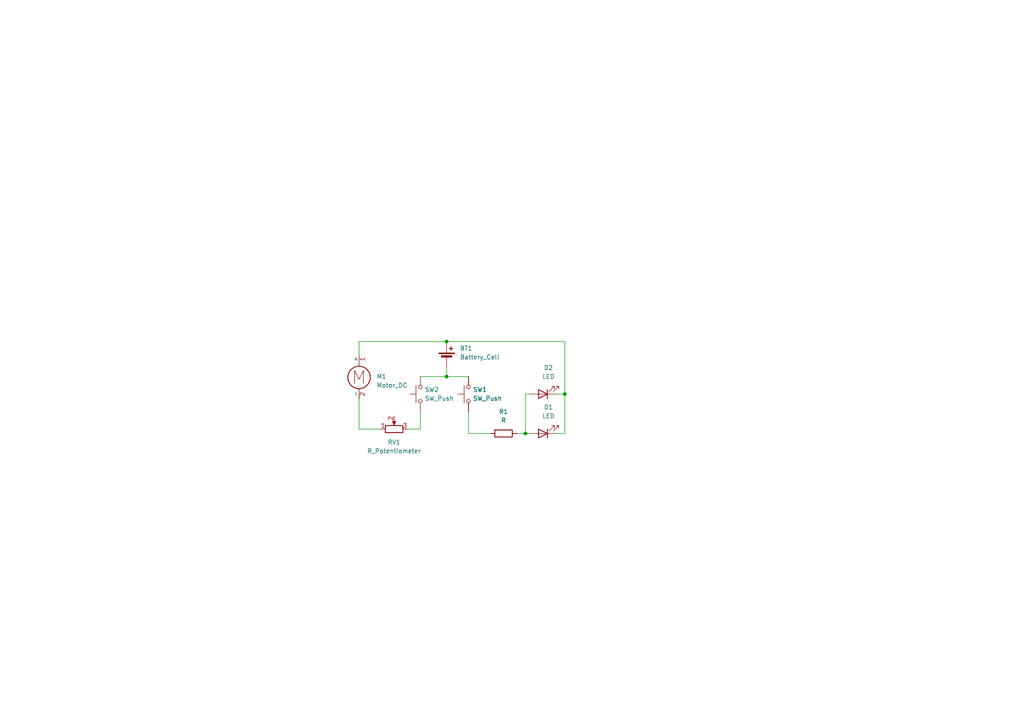
<source format=kicad_sch>
(kicad_sch (version 20250114) (generator "eeschema") (generator_version "9.0")
  (paper "A4")
  (lib_symbols
    (symbol "Device:Battery_Cell" (pin_numbers (hide yes)) (pin_names (offset 0) (hide yes))
      (property "Reference" "BT" (at 2.54 2.54 0))
      (property "Value" "Battery_Cell" (at 2.54 0 0))
      (symbol "Battery_Cell_0_1"
        (rectangle (start -2.286 1.778) (end 2.286 1.524) (fill (type outline)))
        (rectangle (start -1.524 1.016) (end 1.524 0.508) (fill (type outline)))
        (polyline (pts (xy 0 1.778) (xy 0 2.54)))
        (polyline (pts (xy 0 0.762) (xy 0 0)))
        (polyline (pts (xy 0.762 3.048) (xy 1.778 3.048)) (stroke (width 0.254)))
        (polyline (pts (xy 1.27 3.556) (xy 1.27 2.54)) (stroke (width 0.254)))
      )
      (symbol "Battery_Cell_1_1"
        (pin passive line (at 0 5.08 270) (length 2.54) (name "+") (number "1"))
        (pin passive line (at 0 -2.54 90) (length 2.54) (name "-") (number "2"))
      )
    )
    (symbol "Device:LED" (pin_numbers (hide yes)) (pin_names (offset 1.016) (hide yes))
      (property "Reference" "D" (at 0 2.54 0))
      (property "Value" "LED" (at 0 -2.54 0))
      (symbol "LED_0_1"
        (polyline (pts (xy -3.048 -0.762) (xy -4.572 -2.286) (xy -3.81 -2.286) (xy -4.572 -2.286) (xy -4.572 -1.524)))
        (polyline (pts (xy -1.778 -0.762) (xy -3.302 -2.286) (xy -2.54 -2.286) (xy -3.302 -2.286) (xy -3.302 -1.524)))
        (polyline (pts (xy -1.27 0) (xy 1.27 0)))
        (polyline (pts (xy -1.27 -1.27) (xy -1.27 1.27)) (stroke (width 0.254)))
        (polyline (pts (xy 1.27 -1.27) (xy 1.27 1.27) (xy -1.27 0) (xy 1.27 -1.27)) (stroke (width 0.254)))
      )
      (symbol "LED_1_1"
        (pin passive line (at -3.81 0 0) (length 2.54) (name "K") (number "1"))
        (pin passive line (at 3.81 0 180) (length 2.54) (name "A") (number "2"))
      )
    )
    (symbol "Device:R" (pin_numbers (hide yes)) (pin_names (offset 0))
      (property "Reference" "R" (at 2.032 0 90))
      (property "Value" "R" (at 0 0 90))
      (symbol "R_0_1"
        (rectangle (start -1.016 -2.54) (end 1.016 2.54) (stroke (width 0.254)))
      )
      (symbol "R_1_1"
        (pin passive line (at 0 3.81 270) (length 1.27) (name "~") (number "1"))
        (pin passive line (at 0 -3.81 90) (length 1.27) (name "~") (number "2"))
      )
    )
    (symbol "Device:R_Potentiometer" (pin_names (offset 1.016) (hide yes))
      (property "Reference" "RV" (at -4.445 0 90))
      (property "Value" "R_Potentiometer" (at -2.54 0 90))
      (symbol "R_Potentiometer_0_1"
        (rectangle (start 1.016 2.54) (end -1.016 -2.54) (stroke (width 0.254)))
        (polyline (pts (xy 1.143 0) (xy 2.286 0.508) (xy 2.286 -0.508) (xy 1.143 0)) (fill (type outline)))
        (polyline (pts (xy 2.54 0) (xy 1.524 0)))
      )
      (symbol "R_Potentiometer_1_1"
        (pin passive line (at 0 3.81 270) (length 1.27) (name "1") (number "1"))
        (pin passive line (at 0 -3.81 90) (length 1.27) (name "3") (number "3"))
        (pin passive line (at 3.81 0 180) (length 1.27) (name "2") (number "2"))
      )
    )
    (symbol "Motor:Motor_DC" (pin_names (offset 0))
      (property "Reference" "M" (at 2.54 2.54 0))
      (property "Value" "Motor_DC" (at 2.54 -5.08 0))
      (symbol "Motor_DC_0_0"
        (polyline (pts (xy -1.27 -3.302) (xy -1.27 0.508) (xy 0 -2.032) (xy 1.27 0.508) (xy 1.27 -3.302)))
      )
      (symbol "Motor_DC_0_1"
        (polyline (pts (xy 0 2.032) (xy 0 2.54)))
        (polyline (pts (xy 0 1.7272) (xy 0 2.0828)))
        (circle (center 0 -1.524) (radius 3.2512) (stroke (width 0.254)))
        (polyline (pts (xy 0 -4.7752) (xy 0 -5.1816)))
        (polyline (pts (xy 0 -7.62) (xy 0 -7.112)))
      )
      (symbol "Motor_DC_1_1"
        (pin passive line (at 0 5.08 270) (length 2.54) (name "+") (number "1"))
        (pin passive line (at 0 -7.62 90) (length 2.54) (name "-") (number "2"))
      )
    )
    (symbol "Switch:SW_Push" (pin_numbers (hide yes)) (pin_names (offset 1.016) (hide yes))
      (property "Reference" "SW" (at 1.27 2.54 0))
      (property "Value" "SW_Push" (at 0 -1.524 0))
      (symbol "SW_Push_0_1"
        (circle (center -2.032 0) (radius 0.508))
        (polyline (pts (xy 0 1.27) (xy 0 3.048)))
        (circle (center 2.032 0) (radius 0.508))
        (polyline (pts (xy 2.54 1.27) (xy -2.54 1.27)))
        (pin passive line (at -5.08 0 0) (length 2.54) (name "1") (number "1"))
        (pin passive line (at 5.08 0 180) (length 2.54) (name "2") (number "2"))
      )
    )
  )
  (junction (at 163.83 114.3))
  (junction (at 129.54 109.22))
  (junction (at 152.4 125.73))
  (junction (at 129.54 99.06))
  (wire (pts (xy 129.54 106.68) (xy 129.54 109.22)))
  (wire (pts (xy 163.83 99.06) (xy 163.83 114.3)))
  (wire (pts (xy 121.92 124.46) (xy 121.92 119.38)))
  (wire (pts (xy 163.83 114.3) (xy 161.29 114.3)))
  (wire (pts (xy 135.89 119.38) (xy 135.89 125.73)))
  (wire (pts (xy 152.4 114.3) (xy 152.4 125.73)))
  (wire (pts (xy 163.83 99.06) (xy 129.54 99.06)))
  (wire (pts (xy 104.14 124.46) (xy 110.49 124.46)))
  (wire (pts (xy 152.4 125.73) (xy 153.67 125.73)))
  (wire (pts (xy 104.14 115.57) (xy 104.14 124.46)))
  (wire (pts (xy 149.86 125.73) (xy 152.4 125.73)))
  (wire (pts (xy 129.54 109.22) (xy 135.89 109.22)))
  (wire (pts (xy 153.67 114.3) (xy 152.4 114.3)))
  (wire (pts (xy 161.29 125.73) (xy 163.83 125.73)))
  (wire (pts (xy 163.83 114.3) (xy 163.83 125.73)))
  (wire (pts (xy 118.11 124.46) (xy 121.92 124.46)))
  (wire (pts (xy 104.14 99.06) (xy 104.14 102.87)))
  (wire (pts (xy 135.89 125.73) (xy 142.24 125.73)))
  (wire (pts (xy 104.14 99.06) (xy 129.54 99.06)))
  (wire (pts (xy 121.92 109.22) (xy 129.54 109.22)))
  (symbol (lib_id "Device:R") (at 146.05 125.73 90) (unit 1)
    (property "Reference" "R1" (at 146.05 119.38 90))
    (property "Value" "R" (at 146.05 121.92 90))
    (property "Footprint" "Resistor_THT:R_Axial_DIN0207_L6.3mm_D2.5mm_P7.62mm_Horizontal" (effects (hide yes)))
    (property "Description" "Resistor" (effects (hide yes)))
  )
  (symbol (lib_id "Device:LED") (at 157.48 125.73 180) (unit 1)
    (property "Reference" "D1" (at 159.0675 118.11 0))
    (property "Value" "LED" (at 159.0675 120.65 0))
    (property "Footprint" "LED_THT:LED_D5.0mm" (effects (hide yes)))
    (property "Description" "Light emitting diode" (effects (hide yes)))
    (property "Sim.Pins" "1=K 2=A" (effects (hide yes)))
  )
  (symbol (lib_id "Motor:Motor_DC") (at 104.14 107.95 0) (unit 1)
    (property "Reference" "M1" (at 109.22 109.2199 0) (effects (justify left)))
    (property "Value" "Motor_DC" (at 109.22 111.7599 0) (effects (justify left)))
    (property "Footprint" "Connector_PinHeader_2.54mm:PinHeader_1x02_P2.54mm_Vertical" (effects (hide yes)))
    (property "Description" "DC Motor" (effects (hide yes)))
  )
  (symbol (lib_id "Device:Battery_Cell") (at 129.54 104.14 0) (unit 1)
    (property "Reference" "BT1" (at 133.35 101.0284 0) (effects (justify left)))
    (property "Value" "Battery_Cell" (at 133.35 103.5684 0) (effects (justify left)))
    (property "Footprint" "Battery:BatteryHolder_Keystone_3034_1x20mm" (effects (hide yes)))
    (property "Description" "Single-cell battery" (effects (hide yes)))
  )
  (symbol (lib_id "Device:R_Potentiometer") (at 114.3 124.46 90) (unit 1)
    (property "Reference" "RV1" (at 114.3 128.27 90))
    (property "Value" "R_Potentiometer" (at 114.3 130.81 90))
    (property "Footprint" "Potentiometer_THT:Potentiometer_Vishay_T73YP_Vertical" (effects (hide yes)))
    (property "Description" "Potentiometer" (effects (hide yes)))
  )
  (symbol (lib_id "Switch:SW_Push") (at 121.92 114.3 90) (unit 1)
    (property "Reference" "SW2" (at 123.19 113.0299 90) (effects (justify right)))
    (property "Value" "SW_Push" (at 123.19 115.5699 90) (effects (justify right)))
    (property "Footprint" "Button_Switch_THT:SW_PUSH_6mm" (effects (hide yes)))
    (property "Description" "Push button switch, generic, two pins" (effects (hide yes)))
  )
  (symbol (lib_id "Device:LED") (at 157.48 114.3 180) (unit 1)
    (property "Reference" "D2" (at 159.0675 106.68 0))
    (property "Value" "LED" (at 159.0675 109.22 0))
    (property "Footprint" "LED_THT:LED_D5.0mm" (effects (hide yes)))
    (property "Description" "Light emitting diode" (effects (hide yes)))
    (property "Sim.Pins" "1=K 2=A" (effects (hide yes)))
  )
  (symbol (lib_id "Switch:SW_Push") (at 135.89 114.3 90) (unit 1)
    (property "Reference" "SW1" (at 137.16 113.0299 90) (effects (justify right)))
    (property "Value" "SW_Push" (at 137.16 115.5699 90) (effects (justify right)))
    (property "Footprint" "Button_Switch_THT:SW_PUSH_6mm" (effects (hide yes)))
    (property "Description" "Push button switch, generic, two pins" (effects (hide yes)))
  )
)
</source>
